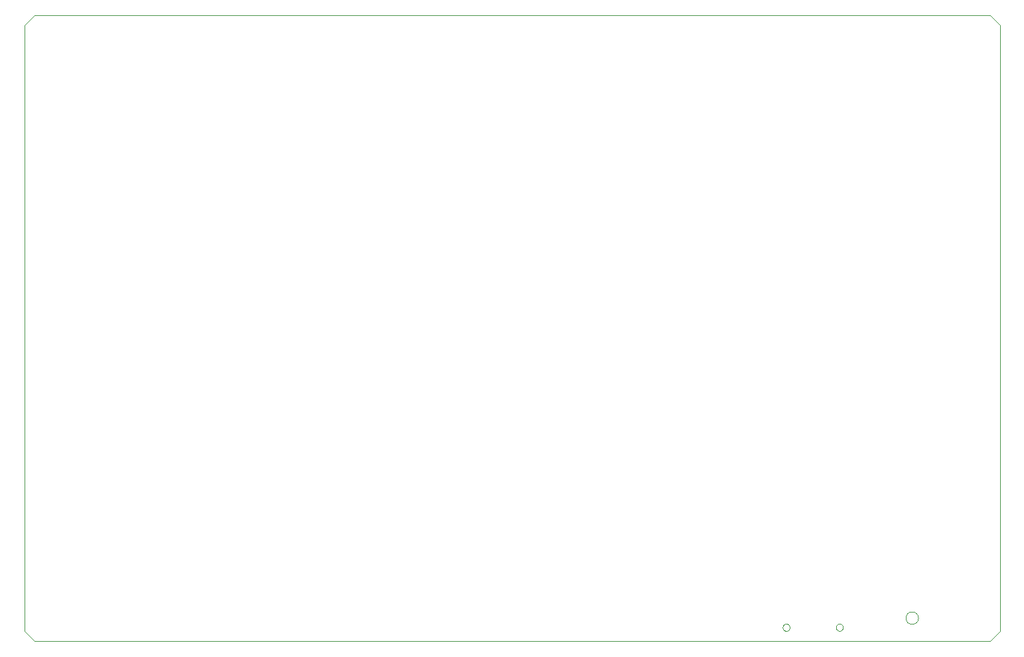
<source format=gko>
G75*
%MOIN*%
%OFA0B0*%
%FSLAX24Y24*%
%IPPOS*%
%LPD*%
%AMOC8*
5,1,8,0,0,1.08239X$1,22.5*
%
%ADD10C,0.0000*%
D10*
X007193Y006495D02*
X007693Y005995D01*
X055693Y005995D01*
X056193Y006495D01*
X056193Y036945D01*
X055693Y037445D01*
X007693Y037445D01*
X007193Y036945D01*
X007193Y006495D01*
X045278Y006695D02*
X045280Y006721D01*
X045286Y006747D01*
X045296Y006772D01*
X045309Y006795D01*
X045325Y006815D01*
X045345Y006833D01*
X045367Y006848D01*
X045390Y006860D01*
X045416Y006868D01*
X045442Y006872D01*
X045468Y006872D01*
X045494Y006868D01*
X045520Y006860D01*
X045544Y006848D01*
X045565Y006833D01*
X045585Y006815D01*
X045601Y006795D01*
X045614Y006772D01*
X045624Y006747D01*
X045630Y006721D01*
X045632Y006695D01*
X045630Y006669D01*
X045624Y006643D01*
X045614Y006618D01*
X045601Y006595D01*
X045585Y006575D01*
X045565Y006557D01*
X045543Y006542D01*
X045520Y006530D01*
X045494Y006522D01*
X045468Y006518D01*
X045442Y006518D01*
X045416Y006522D01*
X045390Y006530D01*
X045366Y006542D01*
X045345Y006557D01*
X045325Y006575D01*
X045309Y006595D01*
X045296Y006618D01*
X045286Y006643D01*
X045280Y006669D01*
X045278Y006695D01*
X047955Y006695D02*
X047957Y006721D01*
X047963Y006747D01*
X047973Y006772D01*
X047986Y006795D01*
X048002Y006815D01*
X048022Y006833D01*
X048044Y006848D01*
X048067Y006860D01*
X048093Y006868D01*
X048119Y006872D01*
X048145Y006872D01*
X048171Y006868D01*
X048197Y006860D01*
X048221Y006848D01*
X048242Y006833D01*
X048262Y006815D01*
X048278Y006795D01*
X048291Y006772D01*
X048301Y006747D01*
X048307Y006721D01*
X048309Y006695D01*
X048307Y006669D01*
X048301Y006643D01*
X048291Y006618D01*
X048278Y006595D01*
X048262Y006575D01*
X048242Y006557D01*
X048220Y006542D01*
X048197Y006530D01*
X048171Y006522D01*
X048145Y006518D01*
X048119Y006518D01*
X048093Y006522D01*
X048067Y006530D01*
X048043Y006542D01*
X048022Y006557D01*
X048002Y006575D01*
X047986Y006595D01*
X047973Y006618D01*
X047963Y006643D01*
X047957Y006669D01*
X047955Y006695D01*
X051455Y007176D02*
X051457Y007211D01*
X051463Y007246D01*
X051473Y007280D01*
X051486Y007313D01*
X051503Y007344D01*
X051524Y007372D01*
X051547Y007399D01*
X051574Y007422D01*
X051602Y007443D01*
X051633Y007460D01*
X051666Y007473D01*
X051700Y007483D01*
X051735Y007489D01*
X051770Y007491D01*
X051805Y007489D01*
X051840Y007483D01*
X051874Y007473D01*
X051907Y007460D01*
X051938Y007443D01*
X051966Y007422D01*
X051993Y007399D01*
X052016Y007372D01*
X052037Y007344D01*
X052054Y007313D01*
X052067Y007280D01*
X052077Y007246D01*
X052083Y007211D01*
X052085Y007176D01*
X052083Y007141D01*
X052077Y007106D01*
X052067Y007072D01*
X052054Y007039D01*
X052037Y007008D01*
X052016Y006980D01*
X051993Y006953D01*
X051966Y006930D01*
X051938Y006909D01*
X051907Y006892D01*
X051874Y006879D01*
X051840Y006869D01*
X051805Y006863D01*
X051770Y006861D01*
X051735Y006863D01*
X051700Y006869D01*
X051666Y006879D01*
X051633Y006892D01*
X051602Y006909D01*
X051574Y006930D01*
X051547Y006953D01*
X051524Y006980D01*
X051503Y007008D01*
X051486Y007039D01*
X051473Y007072D01*
X051463Y007106D01*
X051457Y007141D01*
X051455Y007176D01*
M02*

</source>
